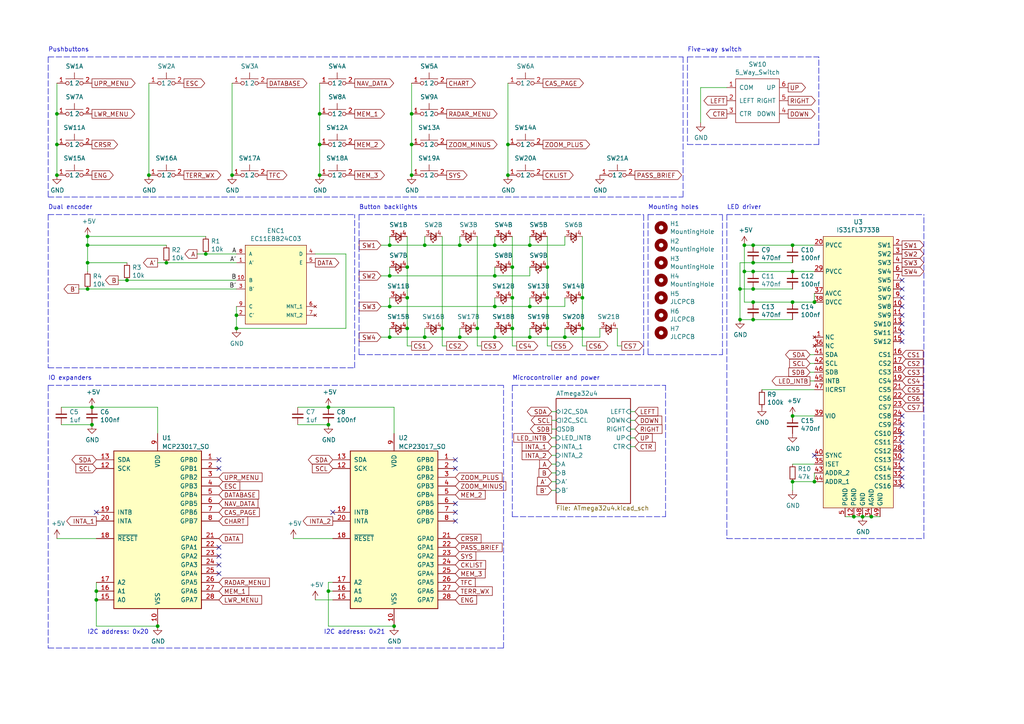
<source format=kicad_sch>
(kicad_sch (version 20211123) (generator eeschema)
  (paper "A4")
  (title_block (date "%%date%%") (rev "%%version%%") (comment 2 "License: MIT") (comment 3 "neile@live.com") (comment 4 "Neil Enns"))
  (junction (at 236.22 87.63))
  (junction (at 138.43 95.25))
  (junction (at 48.26 76.2))
  (junction (at 168.91 86.36))
  (junction (at 113.03 97.79))
  (junction (at 123.19 97.79))
  (junction (at 26.67 118.11))
  (junction (at 143.51 97.79))
  (junction (at 229.87 139.7))
  (junction (at 218.44 92.71))
  (junction (at 128.27 95.25))
  (junction (at 214.63 83.82))
  (junction (at 118.11 95.25))
  (junction (at 218.44 78.74))
  (junction (at 27.94 171.45))
  (junction (at 143.51 80.01))
  (junction (at 25.4 83.82))
  (junction (at 153.67 97.79))
  (junction (at 119.38 41.91))
  (junction (at 236.22 139.7))
  (junction (at 113.03 80.01))
  (junction (at 118.11 77.47))
  (junction (at 123.19 71.12))
  (junction (at 133.35 97.79))
  (junction (at 247.65 149.86))
  (junction (at 229.87 78.74))
  (junction (at 218.44 87.63))
  (junction (at 43.18 50.8))
  (junction (at 92.71 41.91))
  (junction (at 153.67 71.12))
  (junction (at 133.35 71.12))
  (junction (at 25.4 76.2))
  (junction (at 229.87 87.63))
  (junction (at 119.38 50.8))
  (junction (at 113.03 88.9))
  (junction (at 16.51 33.02))
  (junction (at 16.51 41.91))
  (junction (at 158.75 95.25))
  (junction (at 67.31 50.8))
  (junction (at 92.71 50.8))
  (junction (at 218.44 71.12))
  (junction (at 148.59 86.36))
  (junction (at 168.91 95.25))
  (junction (at 36.83 81.28))
  (junction (at 95.25 171.45))
  (junction (at 218.44 83.82))
  (junction (at 68.58 95.25))
  (junction (at 25.4 71.12))
  (junction (at 163.83 97.79))
  (junction (at 26.67 123.19))
  (junction (at 215.9 78.74))
  (junction (at 95.25 123.19))
  (junction (at 118.11 86.36))
  (junction (at 59.69 73.66))
  (junction (at 229.87 71.12))
  (junction (at 27.94 173.99))
  (junction (at 114.3 181.61))
  (junction (at 16.51 50.8))
  (junction (at 153.67 88.9))
  (junction (at 119.38 33.02))
  (junction (at 143.51 71.12))
  (junction (at 92.71 33.02))
  (junction (at 147.32 41.91))
  (junction (at 250.19 149.86))
  (junction (at 158.75 77.47))
  (junction (at 218.44 76.2))
  (junction (at 147.32 50.8))
  (junction (at 143.51 88.9))
  (junction (at 25.4 68.58))
  (junction (at 113.03 71.12))
  (junction (at 229.87 120.65))
  (junction (at 148.59 95.25))
  (junction (at 68.58 91.44))
  (junction (at 148.59 77.47))
  (junction (at 215.9 71.12))
  (junction (at 214.63 92.71))
  (junction (at 158.75 86.36))
  (junction (at 252.73 149.86))
  (junction (at 95.25 118.11))
  (junction (at 45.72 181.61))
  (no_connect (at 261.62 125.73))
  (no_connect (at 261.62 81.28))
  (no_connect (at 63.5 158.75))
  (no_connect (at 132.08 146.05))
  (no_connect (at 132.08 133.35))
  (no_connect (at 261.62 83.82))
  (no_connect (at 236.22 132.08))
  (no_connect (at 261.62 128.27))
  (no_connect (at 132.08 148.59))
  (no_connect (at 63.5 166.37))
  (no_connect (at 261.62 91.44))
  (no_connect (at 63.5 161.29))
  (no_connect (at 261.62 135.89))
  (no_connect (at 132.08 135.89))
  (no_connect (at 261.62 138.43))
  (no_connect (at 261.62 99.06))
  (no_connect (at 261.62 88.9))
  (no_connect (at 132.08 151.13))
  (no_connect (at 261.62 86.36))
  (no_connect (at 63.5 133.35))
  (no_connect (at 261.62 140.97))
  (no_connect (at 261.62 96.52))
  (no_connect (at 63.5 163.83))
  (no_connect (at 63.5 135.89))
  (no_connect (at 261.62 123.19))
  (no_connect (at 261.62 133.35))
  (no_connect (at 261.62 93.98))
  (no_connect (at 27.94 148.59))
  (no_connect (at 261.62 130.81))
  (no_connect (at 261.62 120.65))
  (no_connect (at 96.52 148.59))
  (wire (pts (xy 220.98 113.03) (xy 236.22 113.03)))
  (wire (pts (xy 34.29 81.28) (xy 36.83 81.28)))
  (polyline (pts (xy 237.49 41.91) (xy 237.49 16.51)))
  (polyline (pts (xy 210.82 62.23) (xy 210.82 156.21)))
  (polyline (pts (xy 187.96 62.23) (xy 187.96 102.87)))
  (wire (pts (xy 138.43 95.25) (xy 138.43 100.33)))
  (wire (pts (xy 161.29 134.62) (xy 160.02 134.62)))
  (wire (pts (xy 161.29 132.08) (xy 160.02 132.08)))
  (wire (pts (xy 27.94 156.21) (xy 16.51 156.21)))
  (wire (pts (xy 149.86 100.33) (xy 148.59 100.33)))
  (wire (pts (xy 180.34 100.33) (xy 179.07 100.33)))
  (wire (pts (xy 133.35 97.79) (xy 143.51 97.79)))
  (wire (pts (xy 161.29 139.7) (xy 160.02 139.7)))
  (wire (pts (xy 234.95 107.95) (xy 236.22 107.95)))
  (wire (pts (xy 123.19 95.25) (xy 123.19 97.79)))
  (wire (pts (xy 161.29 121.92) (xy 160.02 121.92)))
  (polyline (pts (xy 210.82 156.21) (xy 267.97 156.21)))
  (wire (pts (xy 214.63 83.82) (xy 218.44 83.82)))
  (polyline (pts (xy 13.97 57.15) (xy 198.12 57.15)))
  (wire (pts (xy 234.95 105.41) (xy 236.22 105.41)))
  (wire (pts (xy 68.58 91.44) (xy 68.58 95.25)))
  (wire (pts (xy 27.94 173.99) (xy 27.94 181.61)))
  (wire (pts (xy 210.82 25.4) (xy 203.2 25.4)))
  (wire (pts (xy 91.44 73.66) (xy 100.33 73.66)))
  (wire (pts (xy 25.4 76.2) (xy 25.4 78.74)))
  (wire (pts (xy 27.94 168.91) (xy 27.94 171.45)))
  (wire (pts (xy 153.67 71.12) (xy 163.83 71.12)))
  (wire (pts (xy 123.19 71.12) (xy 133.35 71.12)))
  (wire (pts (xy 68.58 88.9) (xy 68.58 91.44)))
  (wire (pts (xy 214.63 83.82) (xy 214.63 92.71)))
  (wire (pts (xy 143.51 71.12) (xy 153.67 71.12)))
  (wire (pts (xy 43.18 24.13) (xy 43.18 50.8)))
  (wire (pts (xy 113.03 68.58) (xy 113.03 71.12)))
  (wire (pts (xy 95.25 181.61) (xy 114.3 181.61)))
  (wire (pts (xy 161.29 127) (xy 160.02 127)))
  (wire (pts (xy 236.22 78.74) (xy 229.87 78.74)))
  (polyline (pts (xy 13.97 62.23) (xy 102.87 62.23)))
  (wire (pts (xy 161.29 124.46) (xy 160.02 124.46)))
  (wire (pts (xy 95.25 168.91) (xy 95.25 171.45)))
  (wire (pts (xy 25.4 71.12) (xy 25.4 76.2)))
  (wire (pts (xy 113.03 86.36) (xy 113.03 88.9)))
  (wire (pts (xy 250.19 149.86) (xy 247.65 149.86)))
  (wire (pts (xy 92.71 24.13) (xy 92.71 33.02)))
  (polyline (pts (xy 199.39 41.91) (xy 237.49 41.91)))
  (wire (pts (xy 214.63 76.2) (xy 214.63 83.82)))
  (wire (pts (xy 173.99 97.79) (xy 173.99 95.25)))
  (wire (pts (xy 118.11 68.58) (xy 118.11 77.47)))
  (wire (pts (xy 229.87 78.74) (xy 218.44 78.74)))
  (wire (pts (xy 119.38 41.91) (xy 119.38 50.8)))
  (wire (pts (xy 123.19 97.79) (xy 133.35 97.79)))
  (wire (pts (xy 16.51 33.02) (xy 16.51 41.91)))
  (polyline (pts (xy 146.05 187.96) (xy 146.05 111.76)))
  (wire (pts (xy 119.38 24.13) (xy 119.38 33.02)))
  (polyline (pts (xy 13.97 187.96) (xy 146.05 187.96)))
  (wire (pts (xy 255.27 149.86) (xy 252.73 149.86)))
  (wire (pts (xy 161.29 119.38) (xy 160.02 119.38)))
  (wire (pts (xy 218.44 87.63) (xy 229.87 87.63)))
  (wire (pts (xy 133.35 68.58) (xy 133.35 71.12)))
  (wire (pts (xy 153.67 68.58) (xy 153.67 71.12)))
  (wire (pts (xy 17.78 118.11) (xy 26.67 118.11)))
  (wire (pts (xy 113.03 71.12) (xy 123.19 71.12)))
  (wire (pts (xy 27.94 173.99) (xy 27.94 171.45)))
  (wire (pts (xy 96.52 171.45) (xy 95.25 171.45)))
  (wire (pts (xy 25.4 68.58) (xy 25.4 71.12)))
  (wire (pts (xy 96.52 168.91) (xy 95.25 168.91)))
  (wire (pts (xy 148.59 95.25) (xy 148.59 100.33)))
  (wire (pts (xy 100.33 73.66) (xy 100.33 95.25)))
  (wire (pts (xy 161.29 142.24) (xy 160.02 142.24)))
  (polyline (pts (xy 13.97 62.23) (xy 13.97 106.68)))
  (polyline (pts (xy 198.12 16.51) (xy 198.12 57.15)))
  (wire (pts (xy 143.51 77.47) (xy 143.51 80.01)))
  (wire (pts (xy 123.19 68.58) (xy 123.19 71.12)))
  (wire (pts (xy 184.15 121.92) (xy 182.88 121.92)))
  (wire (pts (xy 160.02 100.33) (xy 158.75 100.33)))
  (wire (pts (xy 170.18 100.33) (xy 168.91 100.33)))
  (polyline (pts (xy 102.87 106.68) (xy 102.87 62.23)))
  (wire (pts (xy 203.2 25.4) (xy 203.2 35.56)))
  (wire (pts (xy 153.67 88.9) (xy 163.83 88.9)))
  (wire (pts (xy 236.22 139.7) (xy 229.87 139.7)))
  (polyline (pts (xy 104.14 62.23) (xy 104.14 102.87)))
  (polyline (pts (xy 186.69 102.87) (xy 186.69 62.23)))
  (wire (pts (xy 153.67 95.25) (xy 153.67 97.79)))
  (wire (pts (xy 148.59 68.58) (xy 148.59 77.47)))
  (wire (pts (xy 119.38 100.33) (xy 118.11 100.33)))
  (polyline (pts (xy 148.59 111.76) (xy 193.04 111.76)))
  (wire (pts (xy 27.94 181.61) (xy 45.72 181.61)))
  (wire (pts (xy 45.72 76.2) (xy 48.26 76.2)))
  (wire (pts (xy 182.88 129.54) (xy 184.15 129.54)))
  (wire (pts (xy 26.67 123.19) (xy 17.78 123.19)))
  (wire (pts (xy 153.67 97.79) (xy 163.83 97.79)))
  (wire (pts (xy 95.25 123.19) (xy 86.36 123.19)))
  (wire (pts (xy 153.67 86.36) (xy 153.67 88.9)))
  (wire (pts (xy 247.65 149.86) (xy 245.11 149.86)))
  (wire (pts (xy 128.27 95.25) (xy 128.27 100.33)))
  (wire (pts (xy 45.72 118.11) (xy 26.67 118.11)))
  (wire (pts (xy 143.51 97.79) (xy 153.67 97.79)))
  (polyline (pts (xy 267.97 156.21) (xy 267.97 62.23)))
  (wire (pts (xy 143.51 68.58) (xy 143.51 71.12)))
  (wire (pts (xy 229.87 76.2) (xy 218.44 76.2)))
  (wire (pts (xy 138.43 68.58) (xy 138.43 95.25)))
  (wire (pts (xy 158.75 77.47) (xy 158.75 86.36)))
  (wire (pts (xy 158.75 86.36) (xy 158.75 95.25)))
  (wire (pts (xy 234.95 102.87) (xy 236.22 102.87)))
  (wire (pts (xy 215.9 78.74) (xy 215.9 71.12)))
  (wire (pts (xy 163.83 71.12) (xy 163.83 68.58)))
  (wire (pts (xy 48.26 76.2) (xy 68.58 76.2)))
  (wire (pts (xy 143.51 88.9) (xy 153.67 88.9)))
  (wire (pts (xy 161.29 137.16) (xy 160.02 137.16)))
  (wire (pts (xy 95.25 171.45) (xy 95.25 181.61)))
  (wire (pts (xy 147.32 41.91) (xy 147.32 50.8)))
  (wire (pts (xy 148.59 86.36) (xy 148.59 95.25)))
  (wire (pts (xy 119.38 33.02) (xy 119.38 41.91)))
  (wire (pts (xy 96.52 173.99) (xy 91.44 173.99)))
  (wire (pts (xy 163.83 88.9) (xy 163.83 86.36)))
  (wire (pts (xy 236.22 85.09) (xy 236.22 87.63)))
  (wire (pts (xy 234.95 110.49) (xy 236.22 110.49)))
  (wire (pts (xy 143.51 88.9) (xy 143.51 86.36)))
  (polyline (pts (xy 13.97 111.76) (xy 146.05 111.76)))
  (wire (pts (xy 128.27 68.58) (xy 128.27 95.25)))
  (wire (pts (xy 86.36 118.11) (xy 95.25 118.11)))
  (wire (pts (xy 96.52 156.21) (xy 85.09 156.21)))
  (wire (pts (xy 236.22 134.62) (xy 229.87 134.62)))
  (wire (pts (xy 153.67 80.01) (xy 153.67 77.47)))
  (wire (pts (xy 158.75 95.25) (xy 158.75 100.33)))
  (wire (pts (xy 182.88 119.38) (xy 184.15 119.38)))
  (wire (pts (xy 218.44 78.74) (xy 215.9 78.74)))
  (polyline (pts (xy 104.14 62.23) (xy 186.69 62.23)))
  (wire (pts (xy 236.22 137.16) (xy 236.22 139.7)))
  (wire (pts (xy 68.58 73.66) (xy 59.69 73.66)))
  (wire (pts (xy 218.44 76.2) (xy 214.63 76.2)))
  (wire (pts (xy 236.22 120.65) (xy 229.87 120.65)))
  (wire (pts (xy 22.86 83.82) (xy 25.4 83.82)))
  (wire (pts (xy 218.44 83.82) (xy 229.87 83.82)))
  (wire (pts (xy 215.9 87.63) (xy 215.9 78.74)))
  (polyline (pts (xy 187.96 102.87) (xy 209.55 102.87)))
  (wire (pts (xy 147.32 24.13) (xy 147.32 41.91)))
  (wire (pts (xy 143.51 95.25) (xy 143.51 97.79)))
  (wire (pts (xy 133.35 71.12) (xy 143.51 71.12)))
  (wire (pts (xy 218.44 87.63) (xy 215.9 87.63)))
  (wire (pts (xy 25.4 83.82) (xy 68.58 83.82)))
  (wire (pts (xy 36.83 81.28) (xy 68.58 81.28)))
  (polyline (pts (xy 13.97 16.51) (xy 13.97 57.15)))
  (polyline (pts (xy 187.96 62.23) (xy 209.55 62.23)))
  (wire (pts (xy 67.31 24.13) (xy 67.31 50.8)))
  (wire (pts (xy 118.11 86.36) (xy 118.11 95.25)))
  (wire (pts (xy 113.03 97.79) (xy 110.49 97.79)))
  (polyline (pts (xy 199.39 16.51) (xy 237.49 16.51)))
  (wire (pts (xy 161.29 129.54) (xy 160.02 129.54)))
  (polyline (pts (xy 199.39 16.51) (xy 199.39 41.91)))
  (wire (pts (xy 68.58 95.25) (xy 100.33 95.25)))
  (wire (pts (xy 252.73 149.86) (xy 250.19 149.86)))
  (wire (pts (xy 139.7 100.33) (xy 138.43 100.33)))
  (wire (pts (xy 114.3 118.11) (xy 95.25 118.11)))
  (wire (pts (xy 148.59 77.47) (xy 148.59 86.36)))
  (wire (pts (xy 45.72 125.73) (xy 45.72 118.11)))
  (wire (pts (xy 229.87 87.63) (xy 236.22 87.63)))
  (wire (pts (xy 114.3 125.73) (xy 114.3 118.11)))
  (wire (pts (xy 16.51 41.91) (xy 16.51 50.8)))
  (wire (pts (xy 92.71 41.91) (xy 92.71 50.8)))
  (wire (pts (xy 113.03 97.79) (xy 123.19 97.79)))
  (wire (pts (xy 113.03 80.01) (xy 143.51 80.01)))
  (wire (pts (xy 184.15 127) (xy 182.88 127)))
  (wire (pts (xy 113.03 71.12) (xy 110.49 71.12)))
  (wire (pts (xy 92.71 33.02) (xy 92.71 41.91)))
  (wire (pts (xy 57.15 73.66) (xy 59.69 73.66)))
  (wire (pts (xy 113.03 77.47) (xy 113.03 80.01)))
  (wire (pts (xy 118.11 95.25) (xy 118.11 100.33)))
  (wire (pts (xy 215.9 71.12) (xy 218.44 71.12)))
  (wire (pts (xy 113.03 95.25) (xy 113.03 97.79)))
  (wire (pts (xy 229.87 71.12) (xy 218.44 71.12)))
  (wire (pts (xy 16.51 24.13) (xy 16.51 33.02)))
  (wire (pts (xy 143.51 80.01) (xy 153.67 80.01)))
  (wire (pts (xy 158.75 68.58) (xy 158.75 77.47)))
  (polyline (pts (xy 210.82 62.23) (xy 267.97 62.23)))
  (polyline (pts (xy 13.97 106.68) (xy 102.87 106.68)))
  (wire (pts (xy 168.91 68.58) (xy 168.91 86.36)))
  (wire (pts (xy 133.35 95.25) (xy 133.35 97.79)))
  (wire (pts (xy 236.22 71.12) (xy 229.87 71.12)))
  (wire (pts (xy 163.83 95.25) (xy 163.83 97.79)))
  (wire (pts (xy 179.07 95.25) (xy 179.07 100.33)))
  (polyline (pts (xy 13.97 16.51) (xy 198.12 16.51)))
  (wire (pts (xy 229.87 139.7) (xy 229.87 142.24)))
  (wire (pts (xy 218.44 92.71) (xy 229.87 92.71)))
  (wire (pts (xy 113.03 88.9) (xy 143.51 88.9)))
  (wire (pts (xy 182.88 124.46) (xy 184.15 124.46)))
  (wire (pts (xy 36.83 76.2) (xy 25.4 76.2)))
  (wire (pts (xy 168.91 95.25) (xy 168.91 100.33)))
  (wire (pts (xy 168.91 86.36) (xy 168.91 95.25)))
  (polyline (pts (xy 193.04 149.86) (xy 193.04 111.76)))
  (polyline (pts (xy 13.97 111.76) (xy 13.97 187.96)))
  (polyline (pts (xy 148.59 149.86) (xy 193.04 149.86)))
  (wire (pts (xy 129.54 100.33) (xy 128.27 100.33)))
  (wire (pts (xy 113.03 80.01) (xy 110.49 80.01)))
  (polyline (pts (xy 104.14 102.87) (xy 186.69 102.87)))
  (polyline (pts (xy 209.55 102.87) (xy 209.55 62.23)))
  (wire (pts (xy 163.83 97.79) (xy 173.99 97.79)))
  (wire (pts (xy 118.11 77.47) (xy 118.11 86.36)))
  (wire (pts (xy 59.69 68.58) (xy 25.4 68.58)))
  (wire (pts (xy 48.26 71.12) (xy 25.4 71.12)))
  (wire (pts (xy 214.63 92.71) (xy 218.44 92.71)))
  (wire (pts (xy 113.03 88.9) (xy 110.49 88.9)))
  (polyline (pts (xy 148.59 111.76) (xy 148.59 149.86)))
  (text "Pushbuttons" (at 13.97 15.24 0) (effects (font (size 1.27 1.27)) (justify left bottom)))
  (text "IO expanders" (at 13.97 110.49 0) (effects (font (size 1.27 1.27)) (justify left bottom)))
  (text "LED driver" (at 210.82 60.96 0) (effects (font (size 1.27 1.27)) (justify left bottom)))
  (text "Button backlights" (at 104.14 60.96 0) (effects (font (size 1.27 1.27)) (justify left bottom)))
  (text "Microcontroller and power" (at 148.59 110.49 0) (effects (font (size 1.27 1.27)) (justify left bottom)))
  (text "Five-way switch" (at 199.39 15.24 0) (effects (font (size 1.27 1.27)) (justify left bottom)))
  (text "Dual encoder" (at 13.97 60.96 0) (effects (font (size 1.27 1.27)) (justify left bottom)))
  (text "I2C address: 0x20" (at 43.18 184.15 180) (effects (font (size 1.27 1.27)) (justify right bottom)))
  (text "I2C address: 0x21" (at 111.76 184.15 180) (effects (font (size 1.27 1.27)) (justify right bottom)))
  (text "Mounting holes" (at 187.96 60.96 0) (effects (font (size 1.27 1.27)) (justify left bottom)))
  (label "B" (at 68.58 81.28 180))
  (label "A'" (at 68.58 76.2 180))
  (label "B'" (at 68.58 83.82 180))
  (label "A" (at 68.58 73.66 180))
  (global_label "MEM_2" (shape input) (at 132.08 143.51 0) (property "Intersheet References" "${INTERSHEET_REFS}" (effects hide)))
  (global_label "CKLIST" (shape output) (at 157.48 50.8 0) (property "Intersheet References" "${INTERSHEET_REFS}" (effects hide)))
  (global_label "CS3" (shape output) (at 139.7 100.33 0) (property "Intersheet References" "${INTERSHEET_REFS}" (effects hide)))
  (global_label "INTA_2" (shape input) (at 160.02 132.08 180) (property "Intersheet References" "${INTERSHEET_REFS}" (effects hide)))
  (global_label "DATABASE" (shape output) (at 77.47 24.13 0) (property "Intersheet References" "${INTERSHEET_REFS}" (effects hide)))
  (global_label "NAV_DATA" (shape input) (at 63.5 146.05 0) (property "Intersheet References" "${INTERSHEET_REFS}" (effects hide)))
  (global_label "A" (shape output) (at 57.15 73.66 180) (property "Intersheet References" "${INTERSHEET_REFS}" (effects hide)))
  (global_label "MEM_3" (shape output) (at 102.87 50.8 0) (property "Intersheet References" "${INTERSHEET_REFS}" (effects hide)))
  (global_label "SDB" (shape output) (at 160.02 124.46 180) (property "Intersheet References" "${INTERSHEET_REFS}" (effects hide)))
  (global_label "LED_INTB" (shape input) (at 160.02 127 180) (property "Intersheet References" "${INTERSHEET_REFS}" (effects hide)))
  (global_label "PASS_BRIEF" (shape input) (at 132.08 158.75 0) (property "Intersheet References" "${INTERSHEET_REFS}" (effects hide)))
  (global_label "CTR" (shape input) (at 184.15 129.54 0) (property "Intersheet References" "${INTERSHEET_REFS}" (effects hide)))
  (global_label "SCL" (shape input) (at 234.95 105.41 180) (property "Intersheet References" "${INTERSHEET_REFS}" (effects hide)))
  (global_label "DATABASE" (shape input) (at 63.5 143.51 0) (property "Intersheet References" "${INTERSHEET_REFS}" (effects hide)))
  (global_label "B" (shape input) (at 160.02 137.16 180) (property "Intersheet References" "${INTERSHEET_REFS}" (effects hide)))
  (global_label "ZOOM_PLUS" (shape output) (at 157.48 41.91 0) (property "Intersheet References" "${INTERSHEET_REFS}" (effects hide)))
  (global_label "SW3" (shape input) (at 110.49 88.9 180) (property "Intersheet References" "${INTERSHEET_REFS}" (effects hide)))
  (global_label "SW4" (shape output) (at 261.62 78.74 0) (property "Intersheet References" "${INTERSHEET_REFS}" (effects hide)))
  (global_label "SDA" (shape bidirectional) (at 27.94 133.35 180) (property "Intersheet References" "${INTERSHEET_REFS}" (effects hide)))
  (global_label "MEM_1" (shape output) (at 102.87 33.02 0) (property "Intersheet References" "${INTERSHEET_REFS}" (effects hide)))
  (global_label "SCL" (shape input) (at 96.52 135.89 180) (property "Intersheet References" "${INTERSHEET_REFS}" (effects hide)))
  (global_label "A" (shape input) (at 160.02 134.62 180) (property "Intersheet References" "${INTERSHEET_REFS}" (effects hide)))
  (global_label "LED_INTB" (shape output) (at 234.95 110.49 180) (property "Intersheet References" "${INTERSHEET_REFS}" (effects hide)))
  (global_label "INTA_1" (shape input) (at 160.02 129.54 180) (property "Intersheet References" "${INTERSHEET_REFS}" (effects hide)))
  (global_label "CS4" (shape input) (at 261.62 110.49 0) (property "Intersheet References" "${INTERSHEET_REFS}" (effects hide)))
  (global_label "TFC" (shape output) (at 77.47 50.8 0) (property "Intersheet References" "${INTERSHEET_REFS}" (effects hide)))
  (global_label "ENG" (shape output) (at 26.67 50.8 0) (property "Intersheet References" "${INTERSHEET_REFS}" (effects hide)))
  (global_label "CS7" (shape input) (at 261.62 118.11 0) (property "Intersheet References" "${INTERSHEET_REFS}" (effects hide)))
  (global_label "ESC" (shape output) (at 53.34 24.13 0) (property "Intersheet References" "${INTERSHEET_REFS}" (effects hide)))
  (global_label "PASS_BRIEF" (shape output) (at 184.15 50.8 0) (property "Intersheet References" "${INTERSHEET_REFS}" (effects hide)))
  (global_label "CAS_PAGE" (shape output) (at 157.48 24.13 0) (property "Intersheet References" "${INTERSHEET_REFS}" (effects hide)))
  (global_label "SW2" (shape output) (at 261.62 73.66 0) (property "Intersheet References" "${INTERSHEET_REFS}" (effects hide)))
  (global_label "CTR" (shape output) (at 210.82 33.02 180) (property "Intersheet References" "${INTERSHEET_REFS}" (effects hide)))
  (global_label "CKLIST" (shape input) (at 132.08 163.83 0) (property "Intersheet References" "${INTERSHEET_REFS}" (effects hide)))
  (global_label "CS1" (shape output) (at 119.38 100.33 0) (property "Intersheet References" "${INTERSHEET_REFS}" (effects hide)))
  (global_label "INTA_1" (shape output) (at 27.94 151.13 180) (property "Intersheet References" "${INTERSHEET_REFS}" (effects hide)))
  (global_label "ZOOM_MINUS" (shape input) (at 132.08 140.97 0) (property "Intersheet References" "${INTERSHEET_REFS}" (effects hide)))
  (global_label "A'" (shape output) (at 45.72 76.2 180) (property "Intersheet References" "${INTERSHEET_REFS}" (effects hide)))
  (global_label "INTA_2" (shape output) (at 96.52 151.13 180) (property "Intersheet References" "${INTERSHEET_REFS}" (effects hide)))
  (global_label "SCL" (shape output) (at 160.02 121.92 180) (property "Intersheet References" "${INTERSHEET_REFS}" (effects hide)))
  (global_label "SW1" (shape output) (at 261.62 71.12 0) (property "Intersheet References" "${INTERSHEET_REFS}" (effects hide)))
  (global_label "CHART" (shape input) (at 63.5 151.13 0) (property "Intersheet References" "${INTERSHEET_REFS}" (effects hide)))
  (global_label "CS4" (shape output) (at 149.86 100.33 0) (property "Intersheet References" "${INTERSHEET_REFS}" (effects hide)))
  (global_label "CS3" (shape input) (at 261.62 107.95 0) (property "Intersheet References" "${INTERSHEET_REFS}" (effects hide)))
  (global_label "RADAR_MENU" (shape output) (at 129.54 33.02 0) (property "Intersheet References" "${INTERSHEET_REFS}" (effects hide)))
  (global_label "MEM_2" (shape output) (at 102.87 41.91 0) (property "Intersheet References" "${INTERSHEET_REFS}" (effects hide)))
  (global_label "SCL" (shape input) (at 27.94 135.89 180) (property "Intersheet References" "${INTERSHEET_REFS}" (effects hide)))
  (global_label "CS2" (shape output) (at 129.54 100.33 0) (property "Intersheet References" "${INTERSHEET_REFS}" (effects hide)))
  (global_label "DOWN" (shape output) (at 228.6 33.02 0) (property "Intersheet References" "${INTERSHEET_REFS}" (effects hide)))
  (global_label "CS6" (shape input) (at 261.62 115.57 0) (property "Intersheet References" "${INTERSHEET_REFS}" (effects hide)))
  (global_label "CS7" (shape output) (at 180.34 100.33 0) (property "Intersheet References" "${INTERSHEET_REFS}" (effects hide)))
  (global_label "B" (shape output) (at 34.29 81.28 180) (property "Intersheet References" "${INTERSHEET_REFS}" (effects hide)))
  (global_label "DOWN" (shape input) (at 184.15 121.92 0) (property "Intersheet References" "${INTERSHEET_REFS}" (effects hide)))
  (global_label "SYS" (shape output) (at 129.54 50.8 0) (property "Intersheet References" "${INTERSHEET_REFS}" (effects hide)))
  (global_label "TFC" (shape input) (at 132.08 168.91 0) (property "Intersheet References" "${INTERSHEET_REFS}" (effects hide)))
  (global_label "LEFT" (shape input) (at 184.15 119.38 0) (property "Intersheet References" "${INTERSHEET_REFS}" (effects hide)))
  (global_label "SDA" (shape bidirectional) (at 96.52 133.35 180) (property "Intersheet References" "${INTERSHEET_REFS}" (effects hide)))
  (global_label "CHART" (shape output) (at 129.54 24.13 0) (property "Intersheet References" "${INTERSHEET_REFS}" (effects hide)))
  (global_label "ESC" (shape input) (at 63.5 140.97 0) (property "Intersheet References" "${INTERSHEET_REFS}" (effects hide)))
  (global_label "B'" (shape input) (at 160.02 142.24 180) (property "Intersheet References" "${INTERSHEET_REFS}" (effects hide)))
  (global_label "DATA" (shape output) (at 91.44 76.2 0) (property "Intersheet References" "${INTERSHEET_REFS}" (effects hide)))
  (global_label "CRSR" (shape output) (at 26.67 41.91 0) (property "Intersheet References" "${INTERSHEET_REFS}" (effects hide)))
  (global_label "CS2" (shape input) (at 261.62 105.41 0) (property "Intersheet References" "${INTERSHEET_REFS}" (effects hide)))
  (global_label "RADAR_MENU" (shape input) (at 63.5 168.91 0) (property "Intersheet References" "${INTERSHEET_REFS}" (effects hide)))
  (global_label "ENG" (shape input) (at 132.08 173.99 0) (property "Intersheet References" "${INTERSHEET_REFS}" (effects hide)))
  (global_label "SYS" (shape input) (at 132.08 161.29 0) (property "Intersheet References" "${INTERSHEET_REFS}" (effects hide)))
  (global_label "ZOOM_PLUS" (shape input) (at 132.08 138.43 0) (property "Intersheet References" "${INTERSHEET_REFS}" (effects hide)))
  (global_label "MEM_3" (shape input) (at 132.08 166.37 0) (property "Intersheet References" "${INTERSHEET_REFS}" (effects hide)))
  (global_label "SW3" (shape output) (at 261.62 76.2 0) (property "Intersheet References" "${INTERSHEET_REFS}" (effects hide)))
  (global_label "SW1" (shape input) (at 110.49 71.12 180) (property "Intersheet References" "${INTERSHEET_REFS}" (effects hide)))
  (global_label "MEM_1" (shape input) (at 63.5 171.45 0) (property "Intersheet References" "${INTERSHEET_REFS}" (effects hide)))
  (global_label "SDA" (shape bidirectional) (at 160.02 119.38 180) (property "Intersheet References" "${INTERSHEET_REFS}" (effects hide)))
  (global_label "NAV_DATA" (shape output) (at 102.87 24.13 0) (property "Intersheet References" "${INTERSHEET_REFS}" (effects hide)))
  (global_label "CS5" (shape output) (at 160.02 100.33 0) (property "Intersheet References" "${INTERSHEET_REFS}" (effects hide)))
  (global_label "UPR_MENU" (shape output) (at 26.67 24.13 0) (property "Intersheet References" "${INTERSHEET_REFS}" (effects hide)))
  (global_label "A'" (shape input) (at 160.02 139.7 180) (property "Intersheet References" "${INTERSHEET_REFS}" (effects hide)))
  (global_label "LEFT" (shape output) (at 210.82 29.21 180) (property "Intersheet References" "${INTERSHEET_REFS}" (effects hide)))
  (global_label "RIGHT" (shape output) (at 228.6 29.21 0) (property "Intersheet References" "${INTERSHEET_REFS}" (effects hide)))
  (global_label "RIGHT" (shape input) (at 184.15 124.46 0) (property "Intersheet References" "${INTERSHEET_REFS}" (effects hide)))
  (global_label "ZOOM_MINUS" (shape output) (at 129.54 41.91 0) (property "Intersheet References" "${INTERSHEET_REFS}" (effects hide)))
  (global_label "CRSR" (shape input) (at 132.08 156.21 0) (property "Intersheet References" "${INTERSHEET_REFS}" (effects hide)))
  (global_label "SDB" (shape input) (at 234.95 107.95 180) (property "Intersheet References" "${INTERSHEET_REFS}" (effects hide)))
  (global_label "CAS_PAGE" (shape input) (at 63.5 148.59 0) (property "Intersheet References" "${INTERSHEET_REFS}" (effects hide)))
  (global_label "LWR_MENU" (shape output) (at 26.67 33.02 0) (property "Intersheet References" "${INTERSHEET_REFS}" (effects hide)))
  (global_label "TERR_WX" (shape output) (at 53.34 50.8 0) (property "Intersheet References" "${INTERSHEET_REFS}" (effects hide)))
  (global_label "LWR_MENU" (shape input) (at 63.5 173.99 0) (property "Intersheet References" "${INTERSHEET_REFS}" (effects hide)))
  (global_label "CS1" (shape input) (at 261.62 102.87 0) (property "Intersheet References" "${INTERSHEET_REFS}" (effects hide)))
  (global_label "DATA" (shape input) (at 63.5 156.21 0) (property "Intersheet References" "${INTERSHEET_REFS}" (effects hide)))
  (global_label "SDA" (shape bidirectional) (at 234.95 102.87 180) (property "Intersheet References" "${INTERSHEET_REFS}" (effects hide)))
  (global_label "B'" (shape output) (at 22.86 83.82 180) (property "Intersheet References" "${INTERSHEET_REFS}" (effects hide)))
  (global_label "SW4" (shape input) (at 110.49 97.79 180) (property "Intersheet References" "${INTERSHEET_REFS}" (effects hide)))
  (global_label "SW2" (shape input) (at 110.49 80.01 180) (property "Intersheet References" "${INTERSHEET_REFS}" (effects hide)))
  (global_label "CS6" (shape output) (at 170.18 100.33 0) (property "Intersheet References" "${INTERSHEET_REFS}" (effects hide)))
  (global_label "CS5" (shape input) (at 261.62 113.03 0) (property "Intersheet References" "${INTERSHEET_REFS}" (effects hide)))
  (global_label "UP" (shape input) (at 184.15 127 0) (property "Intersheet References" "${INTERSHEET_REFS}" (effects hide)))
  (global_label "UP" (shape output) (at 228.6 25.4 0) (property "Intersheet References" "${INTERSHEET_REFS}" (effects hide)))
  (global_label "UPR_MENU" (shape input) (at 63.5 138.43 0) (property "Intersheet References" "${INTERSHEET_REFS}" (effects hide)))
  (global_label "TERR_WX" (shape input) (at 132.08 171.45 0) (property "Intersheet References" "${INTERSHEET_REFS}" (effects hide)))
  (symbol (lib_id "CJ4-MFD-Menu-Panel:SW_Push_LED") (at 21.59 15.24 0) (unit 1)
    (property "Reference" "SW1" (at 21.59 19.2278 0))
    (property "Value" "SW_Push_LED" (effects hide))
    (property "Footprint" "CJ4-MFD-Menu-Panel:SW_PUSH_6mm" (effects hide))
    (property "JLC" "DNP" (effects hide))
  )
  (symbol (lib_id "CJ4-MFD-Menu-Panel:SW_Push_LED") (at 48.26 15.24 0) (unit 1)
    (property "Reference" "SW2" (at 48.26 19.2278 0))
    (property "Value" "SW_Push_LED" (effects hide))
    (property "Footprint" "CJ4-MFD-Menu-Panel:SW_PUSH_6mm" (effects hide))
    (property "JLC" "DNP" (effects hide))
  )
  (symbol (lib_id "CJ4-MFD-Menu-Panel:SW_Push_LED") (at 72.39 15.24 0) (unit 1)
    (property "Reference" "SW3" (at 72.39 19.2278 0))
    (property "Value" "SW_Push_LED" (effects hide))
    (property "Footprint" "CJ4-MFD-Menu-Panel:SW_PUSH_6mm" (effects hide))
    (property "JLC" "DNP" (effects hide))
  )
  (symbol (lib_id "CJ4-MFD-Menu-Panel:SW_Push_LED") (at 97.79 15.24 0) (unit 1)
    (property "Reference" "SW4" (at 97.79 19.2278 0))
    (property "Value" "SW_Push_LED" (effects hide))
    (property "Footprint" "CJ4-MFD-Menu-Panel:SW_PUSH_6mm" (effects hide))
    (property "JLC" "DNP" (effects hide))
  )
  (symbol (lib_id "CJ4-MFD-Menu-Panel:SW_Push_LED") (at 124.46 15.24 0) (unit 1)
    (property "Reference" "SW5" (at 124.46 19.2278 0))
    (property "Value" "SW_Push_LED" (effects hide))
    (property "Footprint" "CJ4-MFD-Menu-Panel:SW_PUSH_6mm" (effects hide))
    (property "JLC" "DNP" (effects hide))
  )
  (symbol (lib_id "CJ4-MFD-Menu-Panel:SW_Push_LED") (at 152.4 15.24 0) (unit 1)
    (property "Reference" "SW6" (at 152.4 19.2278 0))
    (property "Value" "SW_Push_LED" (effects hide))
    (property "Footprint" "CJ4-MFD-Menu-Panel:SW_PUSH_6mm" (effects hide))
    (property "JLC" "DNP" (effects hide))
  )
  (symbol (lib_id "CJ4-MFD-Menu-Panel:SW_Push_LED") (at 21.59 24.13 0) (unit 1)
    (property "Reference" "SW7" (at 21.59 28.1178 0))
    (property "Value" "SW_Push_LED" (effects hide))
    (property "Footprint" "CJ4-MFD-Menu-Panel:SW_PUSH_6mm" (effects hide))
    (property "JLC" "DNP" (effects hide))
  )
  (symbol (lib_id "CJ4-MFD-Menu-Panel:SW_Push_LED") (at 21.59 33.02 0) (unit 1)
    (property "Reference" "SW11" (at 21.59 37.0078 0))
    (property "Value" "SW_Push_LED" (effects hide))
    (property "Footprint" "CJ4-MFD-Menu-Panel:SW_PUSH_6mm" (effects hide))
    (property "JLC" "DNP" (effects hide))
  )
  (symbol (lib_id "CJ4-MFD-Menu-Panel:SW_Push_LED") (at 21.59 41.91 0) (unit 1)
    (property "Reference" "SW15" (at 21.59 45.8978 0))
    (property "Value" "SW_Push_LED" (effects hide))
    (property "Footprint" "CJ4-MFD-Menu-Panel:SW_PUSH_6mm" (effects hide))
    (property "JLC" "DNP" (effects hide))
  )
  (symbol (lib_id "CJ4-MFD-Menu-Panel:SW_Push_LED") (at 48.26 41.91 0) (unit 1)
    (property "Reference" "SW16" (at 48.26 45.8978 0))
    (property "Value" "SW_Push_LED" (effects hide))
    (property "Footprint" "CJ4-MFD-Menu-Panel:SW_PUSH_6mm" (effects hide))
    (property "JLC" "DNP" (effects hide))
  )
  (symbol (lib_id "CJ4-MFD-Menu-Panel:5_Way_Switch") (at 219.71 29.21 0) (unit 1)
    (property "Reference" "SW10" (at 219.71 18.669 0))
    (property "Value" "5_Way_Switch" (at 219.71 20.9804 0))
    (property "Footprint" "CJ4-MFD-Menu-Panel:5_Way_Switch" (effects hide))
    (property "JLC" "DNP" (effects hide))
  )
  (symbol (lib_id "CJ4-MFD-Menu-Panel:SW_Push_LED") (at 72.39 41.91 0) (unit 1)
    (property "Reference" "SW17" (at 72.39 45.8978 0))
    (property "Value" "SW_Push_LED" (effects hide))
    (property "Footprint" "CJ4-MFD-Menu-Panel:SW_PUSH_6mm" (effects hide))
    (property "JLC" "DNP" (effects hide))
  )
  (symbol (lib_id "CJ4-MFD-Menu-Panel:SW_Push_LED") (at 97.79 41.91 0) (unit 1)
    (property "Reference" "SW18" (at 97.79 45.8978 0))
    (property "Value" "SW_Push_LED" (effects hide))
    (property "Footprint" "CJ4-MFD-Menu-Panel:SW_PUSH_6mm" (effects hide))
    (property "JLC" "DNP" (effects hide))
  )
  (symbol (lib_id "CJ4-MFD-Menu-Panel:SW_Push_LED") (at 124.46 41.91 0) (unit 1)
    (property "Reference" "SW19" (at 124.46 45.8978 0))
    (property "Value" "SW_Push_LED" (effects hide))
    (property "Footprint" "CJ4-MFD-Menu-Panel:SW_PUSH_6mm" (effects hide))
    (property "JLC" "DNP" (effects hide))
  )
  (symbol (lib_id "power:GND") (at 68.58 95.25 0) (unit 1)
    (property "Reference" "#PWR0103" (effects hide))
    (property "Value" "GND" (at 68.707 99.6442 0))
  )
  (symbol (lib_id "CJ4-MFD-Menu-Panel:SW_Push_LED") (at 152.4 41.91 0) (unit 1)
    (property "Reference" "SW20" (at 152.4 45.8978 0))
    (property "Value" "SW_Push_LED" (effects hide))
    (property "Footprint" "CJ4-MFD-Menu-Panel:SW_PUSH_6mm" (effects hide))
    (property "JLC" "DNP" (effects hide))
  )
  (symbol (lib_id "CJ4-MFD-Menu-Panel:SW_Push_LED") (at 179.07 41.91 0) (unit 1)
    (property "Reference" "SW21" (at 179.07 45.8978 0))
    (property "Value" "SW_Push_LED" (effects hide))
    (property "Footprint" "CJ4-MFD-Menu-Panel:SW_PUSH_6mm" (effects hide))
    (property "JLC" "DNP" (effects hide))
  )
  (symbol (lib_id "CJ4-MFD-Menu-Panel:SW_Push_LED") (at 97.79 24.13 0) (unit 1)
    (property "Reference" "SW8" (at 97.79 28.1178 0))
    (property "Value" "SW_Push_LED" (effects hide))
    (property "Footprint" "CJ4-MFD-Menu-Panel:SW_PUSH_6mm" (effects hide))
    (property "JLC" "DNP" (effects hide))
  )
  (symbol (lib_id "CJ4-MFD-Menu-Panel:SW_Push_LED") (at 97.79 33.02 0) (unit 1)
    (property "Reference" "SW12" (at 97.79 37.0078 0))
    (property "Value" "SW_Push_LED" (effects hide))
    (property "Footprint" "CJ4-MFD-Menu-Panel:SW_PUSH_6mm" (effects hide))
    (property "JLC" "DNP" (effects hide))
  )
  (symbol (lib_id "CJ4-MFD-Menu-Panel:SW_Push_LED") (at 124.46 24.13 0) (unit 1)
    (property "Reference" "SW9" (at 124.46 28.1178 0))
    (property "Value" "SW_Push_LED" (effects hide))
    (property "Footprint" "CJ4-MFD-Menu-Panel:SW_PUSH_6mm" (effects hide))
    (property "JLC" "DNP" (effects hide))
  )
  (symbol (lib_id "CJ4-MFD-Menu-Panel:SW_Push_LED") (at 124.46 33.02 0) (unit 1)
    (property "Reference" "SW13" (at 124.46 37.0078 0))
    (property "Value" "SW_Push_LED" (effects hide))
    (property "Footprint" "CJ4-MFD-Menu-Panel:SW_PUSH_6mm" (effects hide))
    (property "JLC" "DNP" (effects hide))
  )
  (symbol (lib_id "Device:R_Small") (at 59.69 71.12 0) (unit 1)
    (property "Reference" "R1" (at 61.1886 69.9516 0) (effects (justify left)))
    (property "Value" "10k" (at 61.1886 72.263 0) (effects (justify left)))
    (property "Footprint" "CJ4-MFD-Menu-Panel:Perfect_0402" (effects hide))
    (property "JLC" "0402" (effects hide))
    (property "LCSC" "C25744" (effects hide))
  )
  (symbol (lib_id "CJ4-MFD-Menu-Panel:SW_Push_LED") (at 152.4 33.02 0) (unit 1)
    (property "Reference" "SW14" (at 152.4 37.0078 0))
    (property "Value" "SW_Push_LED" (effects hide))
    (property "Footprint" "CJ4-MFD-Menu-Panel:SW_PUSH_6mm" (effects hide))
    (property "JLC" "DNP" (effects hide))
  )
  (symbol (lib_id "Device:R_Small") (at 48.26 73.66 0) (unit 1)
    (property "Reference" "R2" (at 49.7586 72.4916 0) (effects (justify left)))
    (property "Value" "10k" (at 49.7586 74.803 0) (effects (justify left)))
    (property "Footprint" "CJ4-MFD-Menu-Panel:Perfect_0402" (effects hide))
    (property "JLC" "0402" (effects hide))
    (property "LCSC" "C25744" (effects hide))
  )
  (symbol (lib_id "Device:R_Small") (at 36.83 78.74 0) (unit 1)
    (property "Reference" "R3" (at 38.3286 77.5716 0) (effects (justify left)))
    (property "Value" "10k" (at 38.3286 79.883 0) (effects (justify left)))
    (property "Footprint" "CJ4-MFD-Menu-Panel:Perfect_0402" (effects hide))
    (property "JLC" "0402" (effects hide))
    (property "LCSC" "C25744" (effects hide))
  )
  (symbol (lib_id "Device:R_Small") (at 25.4 81.28 0) (unit 1)
    (property "Reference" "R4" (at 26.8986 80.1116 0) (effects (justify left)))
    (property "Value" "10k" (at 26.8986 82.423 0) (effects (justify left)))
    (property "Footprint" "CJ4-MFD-Menu-Panel:Perfect_0402" (effects hide))
    (property "JLC" "0402" (effects hide))
    (property "LCSC" "C25744" (effects hide))
  )
  (symbol (lib_id "Interface_Expansion:MCP23017_SO") (at 45.72 153.67 0) (unit 1)
    (property "Reference" "U1" (at 46.99 127 0) (effects (justify left)))
    (property "Value" "MCP23017_SO" (at 46.99 129.54 0) (effects (justify left)))
    (property "Footprint" "Package_SO:SOIC-28W_7.5x17.9mm_P1.27mm" (effects hide))
    (property "Datasheet" "http://ww1.microchip.com/downloads/en/DeviceDoc/20001952C.pdf" (effects hide))
    (property "JLC" "DNP" (effects hide))
  )
  (symbol (lib_id "Interface_Expansion:MCP23017_SO") (at 114.3 153.67 0) (unit 1)
    (property "Reference" "U2" (at 115.57 127 0) (effects (justify left)))
    (property "Value" "MCP23017_SO" (at 115.57 129.54 0) (effects (justify left)))
    (property "Footprint" "Package_SO:SOIC-28W_7.5x17.9mm_P1.27mm" (effects hide))
    (property "Datasheet" "http://ww1.microchip.com/downloads/en/DeviceDoc/20001952C.pdf" (effects hide))
    (property "JLC" "DNP" (effects hide))
  )
  (symbol (lib_id "power:+5V") (at 25.4 68.58 0) (unit 1)
    (property "Reference" "#PWR0101" (effects hide))
    (property "Value" "+5V" (at 25.781 64.1858 0))
  )
  (symbol (lib_id "power:GND") (at 16.51 50.8 0) (unit 1)
    (property "Reference" "#PWR0117" (effects hide))
    (property "Value" "GND" (at 16.637 55.1942 0))
  )
  (symbol (lib_id "power:GND") (at 43.18 50.8 0) (unit 1)
    (property "Reference" "#PWR0118" (effects hide))
    (property "Value" "GND" (at 43.307 55.1942 0))
  )
  (symbol (lib_id "power:GND") (at 67.31 50.8 0) (unit 1)
    (property "Reference" "#PWR0119" (effects hide))
    (property "Value" "GND" (at 67.437 55.1942 0))
  )
  (symbol (lib_id "power:GND") (at 92.71 50.8 0) (unit 1)
    (property "Reference" "#PWR0120" (effects hide))
    (property "Value" "GND" (at 92.837 55.1942 0))
  )
  (symbol (lib_id "power:GND") (at 119.38 50.8 0) (unit 1)
    (property "Reference" "#PWR0121" (effects hide))
    (property "Value" "GND" (at 119.507 55.1942 0))
  )
  (symbol (lib_id "power:GND") (at 147.32 50.8 0) (unit 1)
    (property "Reference" "#PWR0122" (effects hide))
    (property "Value" "GND" (at 147.447 55.1942 0))
  )
  (symbol (lib_id "power:GND") (at 173.99 50.8 0) (unit 1)
    (property "Reference" "#PWR0123" (effects hide))
    (property "Value" "GND" (at 174.117 55.1942 0))
  )
  (symbol (lib_id "power:GND") (at 45.72 181.61 0) (unit 1)
    (property "Reference" "#PWR0107" (effects hide))
    (property "Value" "GND" (at 45.847 186.0042 0))
  )
  (symbol (lib_id "Device:C_Small") (at 17.78 120.65 0) (unit 1)
    (property "Reference" "C5" (at 20.1168 119.4816 0) (effects (justify left)))
    (property "Value" "1uf" (at 20.1168 121.793 0) (effects (justify left)))
    (property "Footprint" "CJ4-MFD-Menu-Panel:Perfect_0402" (effects hide))
    (property "JLC" "0402" (effects hide))
    (property "LCSC" "C52923" (effects hide))
  )
  (symbol (lib_id "Device:C_Small") (at 26.67 120.65 0) (unit 1)
    (property "Reference" "C6" (at 29.0068 119.4816 0) (effects (justify left)))
    (property "Value" "100nf" (at 29.0068 121.793 0) (effects (justify left)))
    (property "Footprint" "CJ4-MFD-Menu-Panel:Perfect_0402" (effects hide))
    (property "JLC" "0402" (effects hide))
    (property "LCSC" "C1525" (effects hide))
  )
  (symbol (lib_id "power:+5V") (at 26.67 118.11 0) (unit 1)
    (property "Reference" "#PWR0106" (effects hide))
    (property "Value" "+5V" (at 27.051 113.7158 0))
  )
  (symbol (lib_id "power:GND") (at 26.67 123.19 0) (unit 1)
    (property "Reference" "#PWR0105" (effects hide))
    (property "Value" "GND" (at 26.797 127.5842 0))
  )
  (symbol (lib_id "power:+5V") (at 16.51 156.21 0) (unit 1)
    (property "Reference" "#PWR0104" (effects hide))
    (property "Value" "+5V" (at 16.891 151.8158 0))
  )
  (symbol (lib_id "power:+5V") (at 85.09 156.21 0) (unit 1)
    (property "Reference" "#PWR0109" (effects hide))
    (property "Value" "+5V" (at 85.471 151.8158 0))
  )
  (symbol (lib_id "power:GND") (at 95.25 123.19 0) (unit 1)
    (property "Reference" "#PWR0110" (effects hide))
    (property "Value" "GND" (at 95.377 127.5842 0))
  )
  (symbol (lib_id "power:+5V") (at 95.25 118.11 0) (unit 1)
    (property "Reference" "#PWR0111" (effects hide))
    (property "Value" "+5V" (at 95.631 113.7158 0))
  )
  (symbol (lib_id "Device:C_Small") (at 95.25 120.65 0) (unit 1)
    (property "Reference" "C8" (at 97.5868 119.4816 0) (effects (justify left)))
    (property "Value" "100nf" (at 97.5868 121.793 0) (effects (justify left)))
    (property "Footprint" "CJ4-MFD-Menu-Panel:Perfect_0402" (effects hide))
    (property "JLC" "0402" (effects hide))
    (property "LCSC" "C1525" (effects hide))
  )
  (symbol (lib_id "Device:C_Small") (at 86.36 120.65 0) (unit 1)
    (property "Reference" "C7" (at 88.6968 119.4816 0) (effects (justify left)))
    (property "Value" "1uf" (at 88.6968 121.793 0) (effects (justify left)))
    (property "Footprint" "CJ4-MFD-Menu-Panel:Perfect_0402" (effects hide))
    (property "JLC" "0402" (effects hide))
    (property "LCSC" "C52923" (effects hide))
  )
  (symbol (lib_id "power:GND") (at 114.3 181.61 0) (unit 1)
    (property "Reference" "#PWR0112" (effects hide))
    (property "Value" "GND" (at 114.427 186.0042 0))
  )
  (symbol (lib_id "power:+5V") (at 91.44 173.99 0) (unit 1)
    (property "Reference" "#PWR0114" (effects hide))
    (property "Value" "+5V" (at 91.821 169.5958 0))
  )
  (symbol (lib_id "power:GND") (at 203.2 35.56 0) (unit 1)
    (property "Reference" "#PWR0116" (effects hide))
    (property "Value" "GND" (at 203.327 39.9542 0))
  )
  (symbol (lib_id "CJ4-MFD-Menu-Panel:SW_Push_LED") (at 115.57 58.42 0) (unit 2)
    (property "Reference" "SW1" (at 115.57 65.2018 0))
    (property "Value" "SW_Push_LED" (effects hide))
    (property "Footprint" "CJ4-MFD-Menu-Panel:SW_PUSH_6mm" (effects hide))
    (property "JLC" "DNP" (effects hide))
  )
  (symbol (lib_id "CJ4-MFD-Menu-Panel:SW_Push_LED") (at 125.73 58.42 0) (unit 2)
    (property "Reference" "SW2" (at 125.73 65.2018 0))
    (property "Value" "SW_Push_LED" (effects hide))
    (property "Footprint" "CJ4-MFD-Menu-Panel:SW_PUSH_6mm" (effects hide))
    (property "JLC" "DNP" (effects hide))
  )
  (symbol (lib_id "CJ4-MFD-Menu-Panel:SW_Push_LED") (at 135.89 58.42 0) (unit 2)
    (property "Reference" "SW3" (at 135.89 65.2018 0))
    (property "Value" "SW_Push_LED" (effects hide))
    (property "Footprint" "CJ4-MFD-Menu-Panel:SW_PUSH_6mm" (effects hide))
    (property "JLC" "DNP" (effects hide))
  )
  (symbol (lib_id "CJ4-MFD-Menu-Panel:SW_Push_LED") (at 146.05 58.42 0) (unit 2)
    (property "Reference" "SW4" (at 146.05 65.2018 0))
    (property "Value" "SW_Push_LED" (effects hide))
    (property "Footprint" "CJ4-MFD-Menu-Panel:SW_PUSH_6mm" (effects hide))
    (property "JLC" "DNP" (effects hide))
  )
  (symbol (lib_id "CJ4-MFD-Menu-Panel:SW_Push_LED") (at 156.21 58.42 0) (unit 2)
    (property "Reference" "SW5" (at 156.21 65.2018 0))
    (property "Value" "SW_Push_LED" (effects hide))
    (property "Footprint" "CJ4-MFD-Menu-Panel:SW_PUSH_6mm" (effects hide))
    (property "JLC" "DNP" (effects hide))
  )
  (symbol (lib_id "CJ4-MFD-Menu-Panel:SW_Push_LED") (at 166.37 58.42 0) (unit 2)
    (property "Reference" "SW6" (at 166.37 65.2018 0))
    (property "Value" "SW_Push_LED" (effects hide))
    (property "Footprint" "CJ4-MFD-Menu-Panel:SW_PUSH_6mm" (effects hide))
    (property "JLC" "DNP" (effects hide))
  )
  (symbol (lib_id "CJ4-MFD-Menu-Panel:SW_Push_LED") (at 115.57 67.31 0) (unit 2)
    (property "Reference" "SW7" (at 115.57 74.0918 0))
    (property "Value" "SW_Push_LED" (effects hide))
    (property "Footprint" "CJ4-MFD-Menu-Panel:SW_PUSH_6mm" (effects hide))
    (property "JLC" "DNP" (effects hide))
  )
  (symbol (lib_id "CJ4-MFD-Menu-Panel:SW_Push_LED") (at 115.57 76.2 0) (unit 2)
    (property "Reference" "SW11" (at 115.57 82.9818 0))
    (property "Value" "SW_Push_LED" (effects hide))
    (property "Footprint" "CJ4-MFD-Menu-Panel:SW_PUSH_6mm" (effects hide))
    (property "JLC" "DNP" (effects hide))
  )
  (symbol (lib_id "CJ4-MFD-Menu-Panel:SW_Push_LED") (at 115.57 85.09 0) (unit 2)
    (property "Reference" "SW15" (at 115.57 91.8718 0))
    (property "Value" "SW_Push_LED" (effects hide))
    (property "Footprint" "CJ4-MFD-Menu-Panel:SW_PUSH_6mm" (effects hide))
    (property "JLC" "DNP" (effects hide))
  )
  (symbol (lib_id "CJ4-MFD-Menu-Panel:SW_Push_LED") (at 125.73 85.09 0) (unit 2)
    (property "Reference" "SW16" (at 125.73 91.8718 0))
    (property "Value" "SW_Push_LED" (effects hide))
    (property "Footprint" "CJ4-MFD-Menu-Panel:SW_PUSH_6mm" (effects hide))
    (property "JLC" "DNP" (effects hide))
  )
  (symbol (lib_id "CJ4-MFD-Menu-Panel:EC11EBB24C03") (at 66.04 73.66 0) (unit 1)
    (property "Reference" "ENC1" (at 80.01 66.929 0))
    (property "Value" "EC11EBB24C03" (at 80.01 69.2404 0))
    (property "Footprint" "CJ4-MFD-Menu-Panel:ALPS-EC11EBB24C03-0" (effects hide))
    (property "Datasheet" "http://www.alps.com/prod/info/E/HTML/Encoder/Incremental/EC11/EC11EBB24C03.html" (effects hide))
    (property "Mounting Style" "PCB Mount" (effects hide))
    (property "Number of Channels" "2 Channel" (effects hide))
    (property "Number of Detents" "30 Detent" (effects hide))
    (property "Operating life (cycles)" "15000" (effects hide))
    (property "Output Type" "Quadrature" (effects hide))
    (property "Rating" "10mA 5VDC" (effects hide))
    (property "Resolution" "15 PPR" (effects hide))
    (property "Technology" "Rotary" (effects hide))
    (property "Termination Style" "Through Hole" (effects hide))
    (property "Type" "Incremental" (effects hide))
    (property "category" "Enc" (effects hide))
    (property "lead free" "yes" (effects hide))
    (property "library id" "d2b5fb0d25cfef44" (effects hide))
    (property "manufacturer" "ALPS" (effects hide))
    (property "mouser part number" "688-EC11EBB24C03" (effects hide))
    (property "package" "ENCODER_PTH_11MM7X12MM0" (effects hide))
    (property "rohs" "yes" (effects hide))
    (property "temperature range high" "+85°C" (effects hide))
    (property "temperature range low" "-40°C" (effects hide))
    (property "JLC" "DNP" (effects hide))
  )
  (symbol (lib_id "CJ4-MFD-Menu-Panel:SW_Push_LED") (at 135.89 85.09 0) (unit 2)
    (property "Reference" "SW17" (at 135.89 91.8718 0))
    (property "Value" "SW_Push_LED" (effects hide))
    (property "Footprint" "CJ4-MFD-Menu-Panel:SW_PUSH_6mm" (effects hide))
    (property "JLC" "DNP" (effects hide))
  )
  (symbol (lib_id "CJ4-MFD-Menu-Panel:SW_Push_LED") (at 146.05 85.09 0) (unit 2)
    (property "Reference" "SW18" (at 146.05 91.8718 0))
    (property "Value" "SW_Push_LED" (effects hide))
    (property "Footprint" "CJ4-MFD-Menu-Panel:SW_PUSH_6mm" (effects hide))
    (property "JLC" "DNP" (effects hide))
  )
  (symbol (lib_id "CJ4-MFD-Menu-Panel:SW_Push_LED") (at 156.21 85.09 0) (unit 2)
    (property "Reference" "SW19" (at 156.21 91.8718 0))
    (property "Value" "SW_Push_LED" (effects hide))
    (property "Footprint" "CJ4-MFD-Menu-Panel:SW_PUSH_6mm" (effects hide))
    (property "JLC" "DNP" (effects hide))
  )
  (symbol (lib_id "CJ4-MFD-Menu-Panel:SW_Push_LED") (at 166.37 85.09 0) (unit 2)
    (property "Reference" "SW20" (at 166.37 91.8718 0))
    (property "Value" "SW_Push_LED" (effects hide))
    (property "Footprint" "CJ4-MFD-Menu-Panel:SW_PUSH_6mm" (effects hide))
    (property "JLC" "DNP" (effects hide))
  )
  (symbol (lib_id "CJ4-MFD-Menu-Panel:SW_Push_LED") (at 176.53 85.09 0) (unit 2)
    (property "Reference" "SW21" (at 176.53 91.8718 0))
    (property "Value" "SW_Push_LED" (effects hide))
    (property "Footprint" "CJ4-MFD-Menu-Panel:SW_PUSH_6mm" (effects hide))
    (property "JLC" "DNP" (effects hide))
  )
  (symbol (lib_id "CJ4-MFD-Menu-Panel:SW_Push_LED") (at 166.37 76.2 0) (unit 2)
    (property "Reference" "SW14" (at 166.37 82.9818 0))
    (property "Value" "SW_Push_LED" (effects hide))
    (property "Footprint" "CJ4-MFD-Menu-Panel:SW_PUSH_6mm" (effects hide))
    (property "JLC" "DNP" (effects hide))
  )
  (symbol (lib_id "CJ4-MFD-Menu-Panel:SW_Push_LED") (at 156.21 76.2 0) (unit 2)
    (property "Reference" "SW13" (at 156.21 82.9818 0))
    (property "Value" "SW_Push_LED" (effects hide))
    (property "Footprint" "CJ4-MFD-Menu-Panel:SW_PUSH_6mm" (effects hide))
    (property "JLC" "DNP" (effects hide))
  )
  (symbol (lib_id "CJ4-MFD-Menu-Panel:SW_Push_LED") (at 156.21 67.31 0) (unit 2)
    (property "Reference" "SW9" (at 156.21 74.0918 0))
    (property "Value" "SW_Push_LED" (effects hide))
    (property "Footprint" "CJ4-MFD-Menu-Panel:SW_PUSH_6mm" (effects hide))
    (property "JLC" "DNP" (effects hide))
  )
  (symbol (lib_id "CJ4-MFD-Menu-Panel:SW_Push_LED") (at 146.05 76.2 0) (unit 2)
    (property "Reference" "SW12" (at 146.05 82.9818 0))
    (property "Value" "SW_Push_LED" (effects hide))
    (property "Footprint" "CJ4-MFD-Menu-Panel:SW_PUSH_6mm" (effects hide))
    (property "JLC" "DNP" (effects hide))
  )
  (symbol (lib_id "CJ4-MFD-Menu-Panel:SW_Push_LED") (at 146.05 67.31 0) (unit 2)
    (property "Reference" "SW8" (at 146.05 74.0918 0))
    (property "Value" "SW_Push_LED" (effects hide))
    (property "Footprint" "CJ4-MFD-Menu-Panel:SW_PUSH_6mm" (effects hide))
    (property "JLC" "DNP" (effects hide))
  )
  (symbol (lib_id "CJ4-MFD-Menu-Panel:IS31FL3733B") (at 248.92 97.79 0) (unit 1)
    (property "Reference" "U3" (at 248.92 64.389 0))
    (property "Value" "IS31FL3733B" (at 248.92 66.7004 0))
    (property "Footprint" "Package_QFP:TQFP-48-1EP_7x7mm_P0.5mm_EP5x5mm_ThermalVias" (effects hide))
    (property "Datasheet" "https://www.lumissil.com/assets/pdf/core/IS31FL3733B_DS.pdf" (effects hide))
    (property "JLC" "DNP" (effects hide))
  )
  (symbol (lib_id "power:GND") (at 250.19 149.86 0) (unit 1)
    (property "Reference" "#PWR07" (effects hide))
    (property "Value" "GND" (at 250.317 154.2542 0))
  )
  (symbol (lib_id "power:GND") (at 229.87 142.24 0) (unit 1)
    (property "Reference" "#PWR06" (effects hide))
    (property "Value" "GND" (at 229.997 146.6342 0))
  )
  (symbol (lib_id "Device:R_Small") (at 229.87 137.16 0) (unit 1)
    (property "Reference" "R10" (at 231.3686 135.9916 0) (effects (justify left)))
    (property "Value" "47k" (at 231.3686 138.303 0) (effects (justify left)))
    (property "Footprint" "CJ4-MFD-Menu-Panel:Perfect_0402" (effects hide))
    (property "JLC" "0402" (effects hide))
    (property "LCSC" "C25792" (effects hide))
  )
  (symbol (lib_id "Device:C_Small") (at 229.87 123.19 0) (unit 1)
    (property "Reference" "C15" (at 232.2068 122.0216 0) (effects (justify left)))
    (property "Value" "470nf" (at 232.2068 124.333 0) (effects (justify left)))
    (property "Footprint" "CJ4-MFD-Menu-Panel:Perfect_0402" (effects hide))
    (property "JLC" "0402" (effects hide))
    (property "LCSC" "C47339" (effects hide))
  )
  (symbol (lib_id "power:+5V") (at 229.87 120.65 0) (unit 1)
    (property "Reference" "#PWR04" (effects hide))
    (property "Value" "+5V" (at 230.251 116.2558 0))
  )
  (symbol (lib_id "power:GND") (at 229.87 125.73 0) (unit 1)
    (property "Reference" "#PWR05" (effects hide))
    (property "Value" "GND" (at 229.997 130.1242 0))
  )
  (symbol (lib_id "Device:R_Small") (at 220.98 115.57 0) (unit 1)
    (property "Reference" "R9" (at 222.4786 114.4016 0) (effects (justify left)))
    (property "Value" "100k" (at 222.4786 116.713 0) (effects (justify left)))
    (property "Footprint" "CJ4-MFD-Menu-Panel:Perfect_0402" (effects hide))
    (property "JLC" "0402" (effects hide))
    (property "LCSC" "C25741" (effects hide))
  )
  (symbol (lib_id "power:GND") (at 220.98 118.11 0) (unit 1)
    (property "Reference" "#PWR03" (effects hide))
    (property "Value" "GND" (at 221.107 122.5042 0))
  )
  (symbol (lib_id "Device:C_Small") (at 229.87 73.66 0) (unit 1)
    (property "Reference" "C10" (at 232.2068 72.4916 0) (effects (justify left)))
    (property "Value" "100nf" (at 232.2068 74.803 0) (effects (justify left)))
    (property "Footprint" "CJ4-MFD-Menu-Panel:Perfect_0402" (effects hide))
    (property "JLC" "0402" (effects hide))
    (property "LCSC" "C1525" (effects hide))
  )
  (symbol (lib_id "Device:C_Small") (at 218.44 73.66 0) (unit 1)
    (property "Reference" "C9" (at 220.7768 72.4916 0) (effects (justify left)))
    (property "Value" "470nf" (at 220.7768 74.803 0) (effects (justify left)))
    (property "Footprint" "CJ4-MFD-Menu-Panel:Perfect_0402" (effects hide))
    (property "JLC" "0402" (effects hide))
    (property "LCSC" "C47339" (effects hide))
  )
  (symbol (lib_id "Device:C_Small") (at 229.87 81.28 0) (unit 1)
    (property "Reference" "C12" (at 232.2068 80.1116 0) (effects (justify left)))
    (property "Value" "100nf" (at 232.2068 82.423 0) (effects (justify left)))
    (property "Footprint" "CJ4-MFD-Menu-Panel:Perfect_0402" (effects hide))
    (property "JLC" "0402" (effects hide))
    (property "LCSC" "C1525" (effects hide))
  )
  (symbol (lib_id "Device:C_Small") (at 218.44 81.28 0) (unit 1)
    (property "Reference" "C11" (at 220.7768 80.1116 0) (effects (justify left)))
    (property "Value" "470nf" (at 220.7768 82.423 0) (effects (justify left)))
    (property "Footprint" "CJ4-MFD-Menu-Panel:Perfect_0402" (effects hide))
    (property "JLC" "0402" (effects hide))
    (property "LCSC" "C47339" (effects hide))
  )
  (symbol (lib_id "Device:C_Small") (at 229.87 90.17 0) (unit 1)
    (property "Reference" "C14" (at 232.2068 89.0016 0) (effects (justify left)))
    (property "Value" "100nf" (at 232.2068 91.313 0) (effects (justify left)))
    (property "Footprint" "CJ4-MFD-Menu-Panel:Perfect_0402" (effects hide))
    (property "JLC" "0402" (effects hide))
    (property "LCSC" "C1525" (effects hide))
  )
  (symbol (lib_id "Device:C_Small") (at 218.44 90.17 0) (unit 1)
    (property "Reference" "C13" (at 220.7768 89.0016 0) (effects (justify left)))
    (property "Value" "470nf" (at 220.7768 91.313 0) (effects (justify left)))
    (property "Footprint" "CJ4-MFD-Menu-Panel:Perfect_0402" (effects hide))
    (property "JLC" "0402" (effects hide))
    (property "LCSC" "C47339" (effects hide))
  )
  (symbol (lib_id "power:+5V") (at 215.9 71.12 0) (unit 1)
    (property "Reference" "#PWR01" (effects hide))
    (property "Value" "+5V" (at 216.281 66.7258 0))
  )
  (symbol (lib_id "power:GND") (at 214.63 92.71 0) (unit 1)
    (property "Reference" "#PWR02" (effects hide))
    (property "Value" "GND" (at 214.757 97.1042 0))
  )
  (symbol (lib_id "Mechanical:MountingHole") (at 191.77 66.04 0) (unit 1)
    (property "Reference" "H1" (at 194.31 64.8716 0) (effects (justify left)))
    (property "Value" "MountingHole" (at 194.31 67.183 0) (effects (justify left)))
    (property "Footprint" "MountingHole:MountingHole_3.2mm_M3" (effects hide))
    (property "JLC" "DNP" (effects hide))
  )
  (symbol (lib_id "Mechanical:MountingHole") (at 191.77 71.12 0) (unit 1)
    (property "Reference" "H2" (at 194.31 69.9516 0) (effects (justify left)))
    (property "Value" "MountingHole" (at 194.31 72.263 0) (effects (justify left)))
    (property "Footprint" "MountingHole:MountingHole_3.2mm_M3" (effects hide))
    (property "JLC" "DNP" (effects hide))
  )
  (symbol (lib_id "Mechanical:MountingHole") (at 191.77 76.2 0) (unit 1)
    (property "Reference" "H3" (at 194.31 75.0316 0) (effects (justify left)))
    (property "Value" "MountingHole" (at 194.31 77.343 0) (effects (justify left)))
    (property "Footprint" "MountingHole:MountingHole_3.2mm_M3" (effects hide))
    (property "JLC" "DNP" (effects hide))
  )
  (symbol (lib_id "Mechanical:MountingHole") (at 191.77 81.28 0) (unit 1)
    (property "Reference" "H4" (at 194.31 80.1116 0) (effects (justify left)))
    (property "Value" "MountingHole" (at 194.31 82.423 0) (effects (justify left)))
    (property "Footprint" "MountingHole:MountingHole_3.2mm_M3" (effects hide))
    (property "JLC" "DNP" (effects hide))
  )
  (symbol (lib_id "Mechanical:MountingHole") (at 191.77 86.36 0) (unit 1)
    (property "Reference" "H5" (at 194.31 85.1916 0) (effects (justify left)))
    (property "Value" "JLCPCB" (at 194.31 87.503 0) (effects (justify left)))
    (property "Footprint" "CJ4-MFD-Menu-Panel:JLCPCB_Tooling_Hole" (effects hide))
    (property "JLC" "DNP" (effects hide))
  )
  (symbol (lib_id "Mechanical:MountingHole") (at 191.77 91.44 0) (unit 1)
    (property "Reference" "H6" (at 194.31 90.2716 0) (effects (justify left)))
    (property "Value" "JLCPCB" (at 194.31 92.583 0) (effects (justify left)))
    (property "Footprint" "CJ4-MFD-Menu-Panel:JLCPCB_Tooling_Hole" (effects hide))
    (property "JLC" "DNP" (effects hide))
  )
  (symbol (lib_id "Mechanical:MountingHole") (at 191.77 96.52 0) (unit 1)
    (property "Reference" "H7" (at 194.31 95.3516 0) (effects (justify left)))
    (property "Value" "JLCPCB" (at 194.31 97.663 0) (effects (justify left)))
    (property "Footprint" "CJ4-MFD-Menu-Panel:JLCPCB_Tooling_Hole" (effects hide))
    (property "JLC" "DNP" (effects hide))
  )
  (sheet (at 161.29 115.57) (size 21.59 30.48)
    (property "Sheet name" "ATmega32u4" (at 161.29 114.8584 0) (effects (justify left bottom)))
    (property "Sheet file" "ATmega32u4.kicad_sch" (at 161.29 146.6346 0) (effects (justify left top)))
    (pin "I2C_SCL" output (at 161.29 121.92 180))
    (pin "I2C_SDA" bidirectional (at 161.29 119.38 180))
    (pin "SDB" output (at 161.29 124.46 180))
    (pin "LED_INTB" input (at 161.29 127 180))
    (pin "INTA_1" input (at 161.29 129.54 180))
    (pin "INTA_2" input (at 161.29 132.08 180))
    (pin "A" input (at 161.29 134.62 180))
    (pin "B" input (at 161.29 137.16 180))
    (pin "A'" input (at 161.29 139.7 180))
    (pin "B'" input (at 161.29 142.24 180))
    (pin "CTR" input (at 182.88 129.54 0))
    (pin "UP" input (at 182.88 127 0))
    (pin "RIGHT" input (at 182.88 124.46 0))
    (pin "DOWN" input (at 182.88 121.92 0))
    (pin "LEFT" input (at 182.88 119.38 0))
  )
)
</source>
